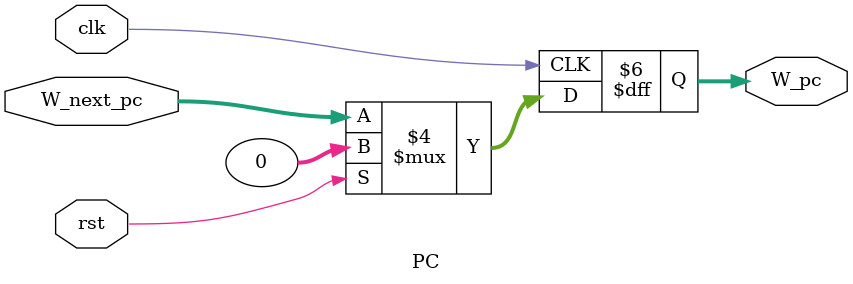
<source format=v>
`timescale 1ns / 1ps

`define ADDR_WIDTH 32

module PC(
        input wire clk,
        input wire rst,
        input wire[`ADDR_WIDTH-1:0] W_next_pc,
        output reg[`ADDR_WIDTH-1:0] W_pc
    );

    // DFlipFlop dff(clk, rst, W_next_pc, W_pc);

    always @(posedge clk) begin
        if (rst == 1'b1) begin
            W_pc <= 32'h0000_0000;
        end else begin
            W_pc <= W_next_pc;
        end
    end

endmodule

</source>
